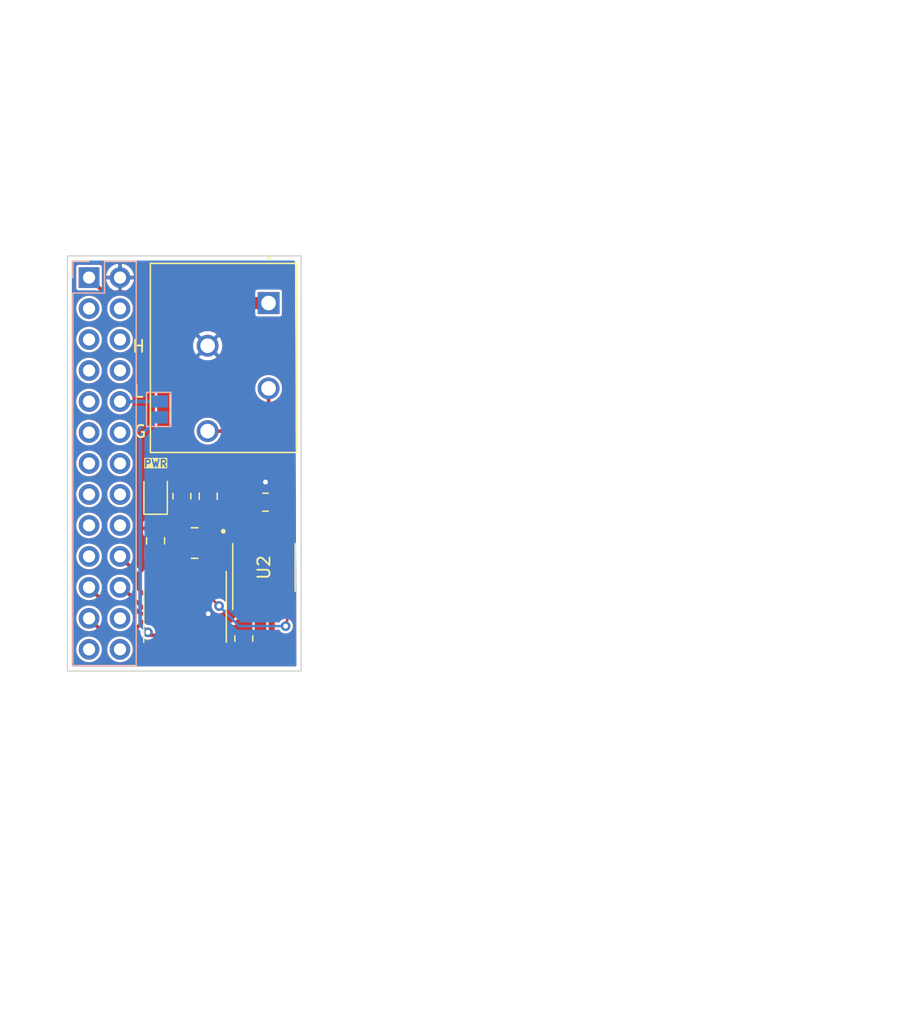
<source format=kicad_pcb>
(kicad_pcb (version 20221018) (generator pcbnew)
  (layers (0 "F.Cu" signal) (31 "B.Cu" signal) (34 "B.Paste" user) (35 "F.Paste" user) (36 "B.SilkS" user "B.Silkscreen") (37 "F.SilkS" user "F.Silkscreen") (38 "B.Mask" user) (39 "F.Mask" user) (44 "Edge.Cuts" user))
  (net 0 "")
  (net 1 "Net-(U1-OSC2)")
  (net 2 "GND")
  (net 3 "Net-(U1-OSC1)")
  (net 4 "+5V")
  (net 5 "I2C_SDA")
  (net 6 "I2C_SCL")
  (net 7 "SPI_SCK")
  (net 8 "Net-(U1-~{RESET})")
  (net 9 "/CANTX")
  (net 10 "/CANRX")
  (net 19 "SPI_MOSI")
  (net 20 "SPI_MISO")
  (net 21 "Net-(D3-A)")
  (net 22 "/CANH")
  (net 23 "/CANL")
  (net 24 "UART_TXD")
  (net 25 "UART_RXD")
  (net 33 "Net-(J2-Pin_10)")
  (net 42 "SPI_SS")
  (net 43 "INT_1")
  (footprint "Resistor_SMD:R_0805_2012Metric_Pad1.20x1.40mm_HandSolder" (layer "F.Cu") (at 72.771 59.706 90)
    (fp_text reference "R6" hide)
    (fp_text value "330")
    (fp_line (start -0.227064 -0.735) (end 0.227064 -0.735) (stroke (width 0.12)) (layer "F.SilkS"))
    (fp_line (start -0.227064 0.735) (end 0.227064 0.735) (stroke (width 0.12)) (layer "F.SilkS"))
    (pad "1" smd roundrect (at -1 0 90) (size 1.2 1.4) (layers "F.Cu" "F.Paste" "F.Mask") (roundrect_rratio 0.2083333333) (net 21 "Net-(D3-A)"))
    (pad "2" smd roundrect (at 1 0 90) (size 1.2 1.4) (layers "F.Cu" "F.Paste" "F.Mask") (roundrect_rratio 0.2083333333) (net 4 "+5V"))
  )
  (footprint "Package_SO:TSSOP-20_4.4x6.5mm_P0.65mm" (layer "F.Cu") (at 73.025 69.485 -90)
    (fp_text reference "U1" hide)
    (fp_text value "MCP2515-xST")
    (fp_line (start 0 -3.385) (end -3.6 -3.385) (stroke (width 0.12)) (layer "F.SilkS"))
    (fp_line (start 0 -3.385) (end 2.2 -3.385) (stroke (width 0.12)) (layer "F.SilkS"))
    (fp_line (start 0 3.385) (end -2.2 3.385) (stroke (width 0.12)) (layer "F.SilkS"))
    (fp_line (start 0 3.385) (end 2.2 3.385) (stroke (width 0.12)) (layer "F.SilkS"))
    (pad "1" smd roundrect (at -2.8625 -2.925 270) (size 1.475 0.4) (layers "F.Cu" "F.Paste" "F.Mask") (net 9 "/CANTX"))
    (pad "2" smd roundrect (at -2.8625 -2.275 270) (size 1.475 0.4) (layers "F.Cu" "F.Paste" "F.Mask") (net 10 "/CANRX"))
    (pad "3" smd roundrect (at -2.8625 -1.625 270) (size 1.475 0.4) (layers "F.Cu" "F.Paste" "F.Mask"))
    (pad "4" smd roundrect (at -2.8625 -0.975 270) (size 1.475 0.4) (layers "F.Cu" "F.Paste" "F.Mask"))
    (pad "5" smd roundrect (at -2.8625 -0.325 270) (size 1.475 0.4) (layers "F.Cu" "F.Paste" "F.Mask"))
    (pad "6" smd roundrect (at -2.8625 0.325 270) (size 1.475 0.4) (layers "F.Cu" "F.Paste" "F.Mask"))
    (pad "7" smd roundrect (at -2.8625 0.975 270) (size 1.475 0.4) (layers "F.Cu" "F.Paste" "F.Mask"))
    (pad "8" smd roundrect (at -2.8625 1.625 270) (size 1.475 0.4) (layers "F.Cu" "F.Paste" "F.Mask") (net 1 "Net-(U1-OSC2)"))
    (pad "9" smd roundrect (at -2.8625 2.275 270) (size 1.475 0.4) (layers "F.Cu" "F.Paste" "F.Mask") (net 3 "Net-(U1-OSC1)"))
    (pad "10" smd roundrect (at -2.8625 2.925 270) (size 1.475 0.4) (layers "F.Cu" "F.Paste" "F.Mask") (net 2 "GND"))
    (pad "11" smd roundrect (at 2.8625 2.925 270) (size 1.475 0.4) (layers "F.Cu" "F.Paste" "F.Mask"))
    (pad "12" smd roundrect (at 2.8625 2.275 270) (size 1.475 0.4) (layers "F.Cu" "F.Paste" "F.Mask"))
    (pad "13" smd roundrect (at 2.8625 1.625 270) (size 1.475 0.4) (layers "F.Cu" "F.Paste" "F.Mask") (net 43 "INT_1"))
    (pad "14" smd roundrect (at 2.8625 0.975 270) (size 1.475 0.4) (layers "F.Cu" "F.Paste" "F.Mask") (net 7 "SPI_SCK"))
    (pad "15" smd roundrect (at 2.8625 0.325 270) (size 1.475 0.4) (layers "F.Cu" "F.Paste" "F.Mask"))
    (pad "16" smd roundrect (at 2.8625 -0.325 270) (size 1.475 0.4) (layers "F.Cu" "F.Paste" "F.Mask") (net 19 "SPI_MOSI"))
    (pad "17" smd roundrect (at 2.8625 -0.975 270) (size 1.475 0.4) (layers "F.Cu" "F.Paste" "F.Mask") (net 20 "SPI_MISO"))
    (pad "18" smd roundrect (at 2.8625 -1.625 270) (size 1.475 0.4) (layers "F.Cu" "F.Paste" "F.Mask") (net 42 "SPI_SS"))
    (pad "19" smd roundrect (at 2.8625 -2.275 270) (size 1.475 0.4) (layers "F.Cu" "F.Paste" "F.Mask") (net 8 "Net-(U1-~{RESET})"))
    (pad "20" smd roundrect (at 2.8625 -2.925 270) (size 1.475 0.4) (layers "F.Cu" "F.Paste" "F.Mask") (net 4 "+5V"))
  )
  (footprint "wire_to_board:TBL002A-350-04GR-2OR" (layer "F.Cu") (at 79.883 43.8705 -90)
    (fp_text reference "J5" hide)
    (fp_text value "TBL002A-350-04GR-2OR")
    (fp_line (start -3.25 -2.3) (end 12.25 -2.3) (stroke (width 0.127)) (layer "F.SilkS"))
    (fp_line (start -3.25 9.7) (end -3.25 -2.3) (stroke (width 0.127)) (layer "F.SilkS"))
    (fp_line (start 12.25 -2.3) (end 12.25 9.7) (stroke (width 0.127)) (layer "F.SilkS"))
    (fp_line (start 12.25 9.7) (end -3.25 9.7) (stroke (width 0.127)) (layer "F.SilkS"))
    (fp_circle (center -3.8 0) (end -3.7 0) (stroke (width 0.2)) (fill none) (layer "F.SilkS"))
    (pad "1" thru_hole rect (at 0 0 270) (size 1.8 1.8) (drill 1.2) (layers "*.Cu" "*.Mask") (net 4 "+5V"))
    (pad "2" thru_hole circle (at 3.5 5 270) (size 1.8 1.8) (drill 1.2) (layers "*.Cu" "*.Mask") (net 2 "GND"))
    (pad "3" thru_hole circle (at 7 0 270) (size 1.8 1.8) (drill 1.2) (layers "*.Cu" "*.Mask") (net 23 "/CANL"))
    (pad "4" thru_hole circle (at 10.5 5 270) (size 1.8 1.8) (drill 1.2) (layers "*.Cu" "*.Mask") (net 22 "/CANH"))
  )
  (footprint "Resistor_SMD:R_0805_2012Metric_Pad1.20x1.40mm_HandSolder" (layer "F.Cu") (at 79.629 60.198)
    (fp_text reference "R1" hide)
    (fp_text value "120")
    (fp_line (start -0.227064 -0.735) (end 0.227064 -0.735) (stroke (width 0.12)) (layer "F.SilkS"))
    (fp_line (start -0.227064 0.735) (end 0.227064 0.735) (stroke (width 0.12)) (layer "F.SilkS"))
    (pad "1" smd roundrect (at -1 0) (size 1.2 1.4) (layers "F.Cu" "F.Paste" "F.Mask") (roundrect_rratio 0.2083333333) (net 22 "/CANH"))
    (pad "2" smd roundrect (at 1 0) (size 1.2 1.4) (layers "F.Cu" "F.Paste" "F.Mask") (roundrect_rratio 0.2083333333) (net 23 "/CANL"))
  )
  (footprint "LED_SMD:LED_0805_2012Metric" (layer "F.Cu") (at 70.612 59.5005 90)
    (fp_text reference "D3" hide)
    (fp_text value "LED")
    (fp_line (start -1.685 -0.96) (end -1.685 0.96) (stroke (width 0.12)) (layer "F.SilkS"))
    (fp_line (start -1.685 0.96) (end 1 0.96) (stroke (width 0.12)) (layer "F.SilkS"))
    (fp_line (start 1 -0.96) (end -1.685 -0.96) (stroke (width 0.12)) (layer "F.SilkS"))
    (pad "1" smd roundrect (at -0.9375 0 90) (size 0.975 1.4) (layers "F.Cu" "F.Paste" "F.Mask") (net 2 "GND"))
    (pad "2" smd roundrect (at 0.9375 0 90) (size 0.975 1.4) (layers "F.Cu" "F.Paste" "F.Mask") (net 21 "Net-(D3-A)"))
  )
  (footprint "Resistor_SMD:R_0805_2012Metric_Pad1.20x1.40mm_HandSolder" (layer "F.Cu") (at 77.851 71.374 90)
    (fp_text reference "R4" hide)
    (fp_text value "10K")
    (fp_line (start -0.227064 -0.735) (end 0.227064 -0.735) (stroke (width 0.12)) (layer "F.SilkS"))
    (fp_line (start -0.227064 0.735) (end 0.227064 0.735) (stroke (width 0.12)) (layer "F.SilkS"))
    (pad "1" smd roundrect (at -1 0 90) (size 1.2 1.4) (layers "F.Cu" "F.Paste" "F.Mask") (roundrect_rratio 0.2083333333) (net 4 "+5V"))
    (pad "2" smd roundrect (at 1 0 90) (size 1.2 1.4) (layers "F.Cu" "F.Paste" "F.Mask") (roundrect_rratio 0.2083333333) (net 8 "Net-(U1-~{RESET})"))
  )
  (footprint "Capacitor_SMD:C_0805_2012Metric_Pad1.18x1.45mm_HandSolder" (layer "F.Cu") (at 74.93 59.706 -90)
    (fp_text reference "C8" hide)
    (fp_text value "22pF")
    (fp_line (start -0.261252 -0.735) (end 0.261252 -0.735) (stroke (width 0.12)) (layer "F.SilkS"))
    (fp_line (start -0.261252 0.735) (end 0.261252 0.735) (stroke (width 0.12)) (layer "F.SilkS"))
    (pad "1" smd roundrect (at -1.0375 0 270) (size 1.175 1.45) (layers "F.Cu" "F.Paste" "F.Mask") (roundrect_rratio 0.2127659574) (net 2 "GND"))
    (pad "2" smd roundrect (at 1.0375 0 270) (size 1.175 1.45) (layers "F.Cu" "F.Paste" "F.Mask") (roundrect_rratio 0.2127659574) (net 1 "Net-(U1-OSC2)"))
  )
  (footprint "Capacitor_SMD:C_0805_2012Metric_Pad1.18x1.45mm_HandSolder" (layer "F.Cu") (at 70.612 63.3675 90)
    (fp_text reference "C9" hide)
    (fp_text value "22pF")
    (fp_line (start -0.261252 -0.735) (end 0.261252 -0.735) (stroke (width 0.12)) (layer "F.SilkS"))
    (fp_line (start -0.261252 0.735) (end 0.261252 0.735) (stroke (width 0.12)) (layer "F.SilkS"))
    (pad "1" smd roundrect (at -1.0375 0 90) (size 1.175 1.45) (layers "F.Cu" "F.Paste" "F.Mask") (roundrect_rratio 0.2127659574) (net 3 "Net-(U1-OSC1)"))
    (pad "2" smd roundrect (at 1.0375 0 90) (size 1.175 1.45) (layers "F.Cu" "F.Paste" "F.Mask") (roundrect_rratio 0.2127659574) (net 2 "GND"))
  )
  (footprint "crystals:ECS-80-12-33-JGN-TR" (layer "F.Cu") (at 73.8155 63.5485 180)
    (fp_text reference "Y2" hide)
    (fp_text value "8 MHz")
    (fp_line (start -0.27 1.25) (end 0.27 1.25) (stroke (width 0.127)) (layer "F.SilkS"))
    (fp_line (start 0.27 -1.25) (end -0.27 -1.25) (stroke (width 0.127)) (layer "F.SilkS"))
    (fp_circle (center -2.35 0.97) (end -2.25 0.97) (stroke (width 0.2)) (fill none) (layer "F.SilkS"))
    (pad "1" smd rect (at -1.15 0.9 180) (size 1.3 1.1) (layers "F.Cu" "F.Paste" "F.Mask") (net 1 "Net-(U1-OSC2)"))
    (pad "2" smd rect (at 1.15 0.9 180) (size 1.3 1.1) (layers "F.Cu" "F.Paste" "F.Mask") (net 2 "GND"))
    (pad "3" smd rect (at 1.15 -0.9 180) (size 1.3 1.1) (layers "F.Cu" "F.Paste" "F.Mask") (net 3 "Net-(U1-OSC1)"))
    (pad "4" smd rect (at -1.15 -0.9 180) (size 1.3 1.1) (layers "F.Cu" "F.Paste" "F.Mask") (net 2 "GND"))
  )
  (footprint "Package_SO:SOIC-8_3.9x4.9mm_P1.27mm" (layer "F.Cu") (at 79.502 65.548 90)
    (fp_text reference "U2" (at 0 0 90) (layer "F.SilkS"))
    (fp_text value "MCP2562-E-SN")
    (fp_line (start 0 -2.56) (end -3.45 -2.56) (stroke (width 0.12)) (layer "F.SilkS"))
    (fp_line (start 0 -2.56) (end 1.95 -2.56) (stroke (width 0.12)) (layer "F.SilkS"))
    (fp_line (start 0 2.56) (end -1.95 2.56) (stroke (width 0.12)) (layer "F.SilkS"))
    (fp_line (start 0 2.56) (end 1.95 2.56) (stroke (width 0.12)) (layer "F.SilkS"))
    (pad "1" smd roundrect (at -2.475 -1.905 90) (size 1.95 0.6) (layers "F.Cu" "F.Paste" "F.Mask") (net 9 "/CANTX"))
    (pad "2" smd roundrect (at -2.475 -0.635 90) (size 1.95 0.6) (layers "F.Cu" "F.Paste" "F.Mask") (net 2 "GND"))
    (pad "3" smd roundrect (at -2.475 0.635 90) (size 1.95 0.6) (layers "F.Cu" "F.Paste" "F.Mask") (net 4 "+5V"))
    (pad "4" smd roundrect (at -2.475 1.905 90) (size 1.95 0.6) (layers "F.Cu" "F.Paste" "F.Mask") (net 10 "/CANRX"))
    (pad "5" smd roundrect (at 2.475 1.905 90) (size 1.95 0.6) (layers "F.Cu" "F.Paste" "F.Mask") (net 4 "+5V"))
    (pad "6" smd roundrect (at 2.475 0.635 90) (size 1.95 0.6) (layers "F.Cu" "F.Paste" "F.Mask") (net 23 "/CANL"))
    (pad "7" smd roundrect (at 2.475 -0.635 90) (size 1.95 0.6) (layers "F.Cu" "F.Paste" "F.Mask") (net 22 "/CANH"))
    (pad "8" smd roundrect (at 2.475 -1.905 90) (size 1.95 0.6) (layers "F.Cu" "F.Paste" "F.Mask") (net 2 "GND"))
  )
  (footprint "Jumper:SolderJumper-2_P1.3mm_Open_Pad1.0x1.5mm" (layer "B.Cu") (at 70.866 52.593 -90)
    (fp_text reference "JP1" hide)
    (fp_text value "SolderJumper_2_Open")
    (fp_line (start -1.4 -1) (end -1.4 1) (stroke (width 0.12)) (layer "B.SilkS"))
    (fp_line (start -1.4 1) (end 1.4 1) (stroke (width 0.12)) (layer "B.SilkS"))
    (fp_line (start 1.4 -1) (end -1.4 -1) (stroke (width 0.12)) (layer "B.SilkS"))
    (fp_line (start 1.4 1) (end 1.4 -1) (stroke (width 0.12)) (layer "B.SilkS"))
    (pad "1" smd rect (at -0.65 0 270) (size 1 1.5) (layers "B.Cu" "B.Mask") (net 33 "Net-(J2-Pin_10)"))
    (pad "2" smd rect (at 0.65 0 270) (size 1 1.5) (layers "B.Cu" "B.Mask") (net 43 "INT_1"))
  )
  (footprint "Connector_PinSocket_2.54mm:PinSocket_2x13_P2.54mm_Vertical" (layer "B.Cu") (at 65.151 41.783 180)
    (fp_text reference "J2" hide)
    (fp_text value "Conn_02x13_Odd_Even")
    (fp_line (start -3.87 -31.81) (end 1.33 -31.81) (stroke (width 0.12)) (layer "B.SilkS"))
    (fp_line (start -3.87 1.33) (end -3.87 -31.81) (stroke (width 0.12)) (layer "B.SilkS"))
    (fp_line (start -3.87 1.33) (end -1.27 1.33) (stroke (width 0.12)) (layer "B.SilkS"))
    (fp_line (start -1.27 -1.27) (end 1.33 -1.27) (stroke (width 0.12)) (layer "B.SilkS"))
    (fp_line (start -1.27 1.33) (end -1.27 -1.27) (stroke (width 0.12)) (layer "B.SilkS"))
    (fp_line (start 0 1.33) (end 1.33 1.33) (stroke (width 0.12)) (layer "B.SilkS"))
    (fp_line (start 1.33 -1.27) (end 1.33 -31.81) (stroke (width 0.12)) (layer "B.SilkS"))
    (fp_line (start 1.33 1.33) (end 1.33 0) (stroke (width 0.12)) (layer "B.SilkS"))
    (pad "1" thru_hole rect (at 0 0 180) (size 1.7 1.7) (drill 1) (layers "*.Cu" "*.Mask") (net 4 "+5V"))
    (pad "2" thru_hole oval (at -2.54 0 180) (size 1.7 1.7) (drill 1) (layers "*.Cu" "*.Mask") (net 2 "GND"))
    (pad "3" thru_hole oval (at 0 -2.54 180) (size 1.7 1.7) (drill 1) (layers "*.Cu" "*.Mask"))
    (pad "4" thru_hole oval (at -2.54 -2.54 180) (size 1.7 1.7) (drill 1) (layers "*.Cu" "*.Mask"))
    (pad "5" thru_hole oval (at 0 -5.08 180) (size 1.7 1.7) (drill 1) (layers "*.Cu" "*.Mask"))
    (pad "6" thru_hole oval (at -2.54 -5.08 180) (size 1.7 1.7) (drill 1) (layers "*.Cu" "*.Mask"))
    (pad "7" thru_hole oval (at 0 -7.62 180) (size 1.7 1.7) (drill 1) (layers "*.Cu" "*.Mask"))
    (pad "8" thru_hole oval (at -2.54 -7.62 180) (size 1.7 1.7) (drill 1) (layers "*.Cu" "*.Mask"))
    (pad "9" thru_hole oval (at 0 -10.16 180) (size 1.7 1.7) (drill 1) (layers "*.Cu" "*.Mask"))
    (pad "10" thru_hole oval (at -2.54 -10.16 180) (size 1.7 1.7) (drill 1) (layers "*.Cu" "*.Mask") (net 33 "Net-(J2-Pin_10)"))
    (pad "11" thru_hole oval (at 0 -12.7 180) (size 1.7 1.7) (drill 1) (layers "*.Cu" "*.Mask"))
    (pad "12" thru_hole oval (at -2.54 -12.7 180) (size 1.7 1.7) (drill 1) (layers "*.Cu" "*.Mask"))
    (pad "13" thru_hole oval (at 0 -15.24 180) (size 1.7 1.7) (drill 1) (layers "*.Cu" "*.Mask"))
    (pad "14" thru_hole oval (at -2.54 -15.24 180) (size 1.7 1.7) (drill 1) (layers "*.Cu" "*.Mask"))
    (pad "15" thru_hole oval (at 0 -17.78 180) (size 1.7 1.7) (drill 1) (layers "*.Cu" "*.Mask"))
    (pad "16" thru_hole oval (at -2.54 -17.78 180) (size 1.7 1.7) (drill 1) (layers "*.Cu" "*.Mask"))
    (pad "17" thru_hole oval (at 0 -20.32 180) (size 1.7 1.7) (drill 1) (layers "*.Cu" "*.Mask"))
    (pad "18" thru_hole oval (at -2.54 -20.32 180) (size 1.7 1.7) (drill 1) (layers "*.Cu" "*.Mask") (net 5 "I2C_SDA"))
    (pad "19" thru_hole oval (at 0 -22.86 180) (size 1.7 1.7) (drill 1) (layers "*.Cu" "*.Mask") (net 6 "I2C_SCL"))
    (pad "20" thru_hole oval (at -2.54 -22.86 180) (size 1.7 1.7) (drill 1) (layers "*.Cu" "*.Mask") (net 42 "SPI_SS"))
    (pad "21" thru_hole oval (at 0 -25.4 180) (size 1.7 1.7) (drill 1) (layers "*.Cu" "*.Mask") (net 19 "SPI_MOSI"))
    (pad "22" thru_hole oval (at -2.54 -25.4 180) (size 1.7 1.7) (drill 1) (layers "*.Cu" "*.Mask") (net 20 "SPI_MISO"))
    (pad "23" thru_hole oval (at 0 -27.94 180) (size 1.7 1.7) (drill 1) (layers "*.Cu" "*.Mask") (net 7 "SPI_SCK"))
    (pad "24" thru_hole oval (at -2.54 -27.94 180) (size 1.7 1.7) (drill 1) (layers "*.Cu" "*.Mask"))
    (pad "25" thru_hole oval (at 0 -30.48 180) (size 1.7 1.7) (drill 1) (layers "*.Cu" "*.Mask") (net 24 "UART_TXD"))
    (pad "26" thru_hole oval (at -2.54 -30.48 180) (size 1.7 1.7) (drill 1) (layers "*.Cu" "*.Mask") (net 25 "UART_RXD"))
  )
  (gr_rect (start 63.373 40.005) (end 82.55 74.041) (stroke (width 0.1)) (fill none) (layer "Edge.Cuts"))
  (gr_text "PWR" (at 70.612 57.023) (layer "F.SilkS" knockout) (effects (font (size 0.6 0.6) (thickness 0.125) bold)))
  (gr_text "H" (at 69.215 48.006) (layer "F.SilkS") (effects (font (size 1 1)) (justify bottom)))
  (gr_text "L" (at 69.215 51.689) (layer "F.SilkS") (effects (font (size 1 1)) (justify bottom)))
  (gr_text "G" (at 69.342 54.991) (layer "F.SilkS") (effects (font (size 1 1)) (justify bottom)))
  (segment (start 74.8925 62.6485) (end 74.9655 62.6485) (width 0.3) (layer "F.Cu") (net 1))
  (segment (start 74.93 62.613) (end 74.9655 62.6485) (width 0.3) (layer "F.Cu") (net 1))
  (segment (start 73.787 65.227) (end 73.787 63.754) (width 0.3) (layer "F.Cu") (net 1))
  (segment (start 73.787 63.754) (end 74.8925 62.6485) (width 0.3) (layer "F.Cu") (net 1))
  (segment (start 73.609 65.405) (end 73.787 65.227) (width 0.3) (layer "F.Cu") (net 1))
  (segment (start 71.4 65.76) (end 71.755 65.405) (width 0.3) (layer "F.Cu") (net 1))
  (segment (start 74.93 60.7435) (end 74.93 62.613) (width 0.3) (layer "F.Cu") (net 1))
  (segment (start 71.4 66.6225) (end 71.4 65.76) (width 0.3) (layer "F.Cu") (net 1))
  (segment (start 71.755 65.405) (end 73.609 65.405) (width 0.3) (layer "F.Cu") (net 1))
  (via (at 74.93 69.342) (size 0.8) (drill 0.4) (layers "F.Cu" "B.Cu") (net 2))
  (via (at 79.629 58.547) (size 0.8) (drill 0.4) (layers "F.Cu" "B.Cu") (net 2))
  (segment (start 72.622 64.405) (end 72.6655 64.4485) (width 0.3) (layer "F.Cu") (net 3))
  (segment (start 70.612 64.405) (end 72.622 64.405) (width 0.3) (layer "F.Cu") (net 3))
  (segment (start 70.75 66.6225) (end 70.75 64.543) (width 0.3) (layer "F.Cu") (net 3))
  (segment (start 70.75 64.543) (end 70.612 64.405) (width 0.3) (layer "F.Cu") (net 3))
  (segment (start 79.629 66.548) (end 78.867 65.786) (width 0.5) (layer "F.Cu") (net 4))
  (segment (start 72.3265 46.5455) (end 72.009 46.863) (width 1) (layer "F.Cu") (net 4))
  (segment (start 71.247 47.625) (end 71.247 45.593) (width 1) (layer "F.Cu") (net 4))
  (segment (start 72.771 58.706) (end 72.771 56.769) (width 1) (layer "F.Cu") (net 4))
  (segment (start 79.137 72.374) (end 77.851 72.374) (width 0.5) (layer "F.Cu") (net 4))
  (segment (start 78.867 65.786) (end 77.597 65.786) (width 0.5) (layer "F.Cu") (net 4))
  (segment (start 72.898 45.593) (end 71.247 45.593) (width 1) (layer "F.Cu") (net 4))
  (segment (start 81.407 63.073) (end 81.407 65.278) (width 0.5) (layer "F.Cu") (net 4))
  (segment (start 75.95 72.3475) (end 77.8245 72.3475) (width 0.5) (layer "F.Cu") (net 4))
  (segment (start 77.8245 72.3475) (end 77.851 72.374) (width 0.5) (layer "F.Cu") (net 4))
  (segment (start 80.137 66.548) (end 81.407 65.278) (width 0.5) (layer "F.Cu") (net 4))
  (segment (start 72.009 46.863) (end 71.247 47.625) (width 1) (layer "F.Cu") (net 4))
  (segment (start 71.247 45.593) (end 72.1995 46.5455) (width 1) (layer "F.Cu") (net 4))
  (segment (start 76.708 64.897) (end 76.708 60.833) (width 0.5) (layer "F.Cu") (net 4))
  (segment (start 66.351 42.983) (end 68.637 42.983) (width 0.3) (layer "F.Cu") (net 4))
  (segment (start 72.263 56.261) (end 72.517 56.515) (width 1) (layer "F.Cu") (net 4))
  (segment (start 65.151 41.783) (end 66.351 42.983) (width 0.3) (layer "F.Cu") (net 4))
  (segment (start 80.137 68.023) (end 80.137 66.548) (width 0.5) (layer "F.Cu") (net 4))
  (segment (start 73.0885 45.7835) (end 72.3265 46.5455) (width 1) (layer "F.Cu") (net 4))
  (segment (start 72.771 56.769) (end 72.263 56.261) (width 1) (layer "F.Cu") (net 4))
  (segment (start 75.0015 43.8705) (end 73.0885 45.7835) (width 1) (layer "F.Cu") (net 4))
  (segment (start 71.247 45.593) (end 68.961 43.307) (width 1) (layer "F.Cu") (net 4))
  (segment (start 76.327 56.515) (end 76.708 56.896) (width 1) (layer "F.Cu") (net 4))
  (segment (start 76.708 56.896) (end 76.708 60.833) (width 1) (layer "F.Cu") (net 4))
  (segment (start 80.137 71.374) (end 79.137 72.374) (width 0.5) (layer "F.Cu") (net 4))
  (segment (start 71.247 47.625) (end 71.247 55.245) (width 1) (layer "F.Cu") (net 4))
  (segment (start 71.247 55.245) (end 72.263 56.261) (width 1) (layer "F.Cu") (net 4))
  (segment (start 77.597 65.786) (end 76.708 64.897) (width 0.5) (layer "F.Cu") (net 4))
  (segment (start 72.517 56.515) (end 76.327 56.515) (width 1) (layer "F.Cu") (net 4))
  (segment (start 80.137 66.548) (end 79.629 66.548) (width 0.5) (layer "F.Cu") (net 4))
  (segment (start 73.0885 45.7835) (end 72.898 45.593) (width 1) (layer "F.Cu") (net 4))
  (segment (start 72.1995 46.5455) (end 72.3265 46.5455) (width 1) (layer "F.Cu") (net 4))
  (segment (start 80.137 68.023) (end 80.137 71.374) (width 0.5) (layer "F.Cu") (net 4))
  (segment (start 68.637 42.983) (end 68.961 43.307) (width 0.3) (layer "F.Cu") (net 4))
  (segment (start 79.883 43.8705) (end 75.0015 43.8705) (width 1) (layer "F.Cu") (net 4))
  (segment (start 68.58 70.993) (end 66.421 70.993) (width 0.3) (layer "F.Cu") (net 7))
  (segment (start 72.05 72.3475) (end 72.05 70.725106) (width 0.3) (layer "F.Cu") (net 7))
  (segment (start 72.05 70.725106) (end 71.301894 69.977) (width 0.3) (layer "F.Cu") (net 7))
  (segment (start 66.421 70.993) (end 65.151 69.723) (width 0.3) (layer "F.Cu") (net 7))
  (segment (start 71.301894 69.977) (end 69.596 69.977) (width 0.3) (layer "F.Cu") (net 7))
  (segment (start 69.596 69.977) (end 68.58 70.993) (width 0.3) (layer "F.Cu") (net 7))
  (segment (start 76.184 70.374) (end 77.851 70.374) (width 0.2) (layer "F.Cu") (net 8))
  (segment (start 75.3 71.258) (end 76.184 70.374) (width 0.2) (layer "F.Cu") (net 8))
  (segment (start 75.3 72.3475) (end 75.3 71.258) (width 0.2) (layer "F.Cu") (net 8))
  (segment (start 75.946 67.818) (end 76.151 68.023) (width 0.2) (layer "F.Cu") (net 9))
  (segment (start 75.946 66.6265) (end 75.946 67.818) (width 0.2) (layer "F.Cu") (net 9))
  (segment (start 75.95 66.6225) (end 75.946 66.6265) (width 0.2) (layer "F.Cu") (net 9))
  (segment (start 76.151 68.023) (end 77.597 68.023) (width 0.2) (layer "F.Cu") (net 9))
  (segment (start 75.3 66.6225) (end 75.3 68.188) (width 0.2) (layer "F.Cu") (net 10))
  (segment (start 81.407 70.231) (end 81.407 68.023) (width 0.2) (layer "F.Cu") (net 10))
  (segment (start 75.3 68.188) (end 75.819 68.707) (width 0.2) (layer "F.Cu") (net 10))
  (segment (start 81.28 70.358) (end 81.407 70.231) (width 0.2) (layer "F.Cu") (net 10))
  (via (at 75.819 68.707) (size 0.8) (drill 0.4) (layers "F.Cu" "B.Cu") (net 10))
  (via (at 81.28 70.358) (size 0.8) (drill 0.4) (layers "F.Cu" "B.Cu") (net 10))
  (segment (start 77.47 70.358) (end 81.28 70.358) (width 0.2) (layer "B.Cu") (net 10))
  (segment (start 75.819 68.707) (end 77.47 70.358) (width 0.2) (layer "B.Cu") (net 10))
  (segment (start 73.35 72.3475) (end 73.35 71.318) (width 0.3) (layer "F.Cu") (net 19))
  (segment (start 66.421 68.453) (end 65.151 67.183) (width 0.3) (layer "F.Cu") (net 19))
  (segment (start 68.453 68.453) (end 66.421 68.453) (width 0.3) (layer "F.Cu") (net 19))
  (segment (start 71.374 69.342) (end 69.342 69.342) (width 0.3) (layer "F.Cu") (net 19))
  (segment (start 69.342 69.342) (end 68.453 68.453) (width 0.3) (layer "F.Cu") (net 19))
  (segment (start 73.35 71.318) (end 71.374 69.342) (width 0.3) (layer "F.Cu") (net 19))
  (segment (start 71.581106 68.842) (end 69.549106 68.842) (width 0.3) (layer "F.Cu") (net 20))
  (segment (start 73.914 71.174894) (end 71.581106 68.842) (width 0.3) (layer "F.Cu") (net 20))
  (segment (start 69.549106 68.842) (end 67.890106 67.183) (width 0.3) (layer "F.Cu") (net 20))
  (segment (start 67.890106 67.183) (end 67.691 67.183) (width 0.3) (layer "F.Cu") (net 20))
  (segment (start 74 72.3475) (end 73.914 72.2615) (width 0.3) (layer "F.Cu") (net 20))
  (segment (start 73.914 72.2615) (end 73.914 71.174894) (width 0.3) (layer "F.Cu") (net 20))
  (segment (start 72.755 60.706) (end 70.612 58.563) (width 0.3) (layer "F.Cu") (net 21))
  (segment (start 72.771 60.706) (end 72.755 60.706) (width 0.3) (layer "F.Cu") (net 21))
  (segment (start 76.5955 54.3705) (end 74.883 54.3705) (width 0.3) (layer "F.Cu") (net 22))
  (segment (start 78.629 56.404) (end 76.5955 54.3705) (width 0.3) (layer "F.Cu") (net 22))
  (segment (start 78.867 60.436) (end 78.629 60.198) (width 0.3) (layer "F.Cu") (net 22))
  (segment (start 78.629 60.198) (end 78.629 56.404) (width 0.3) (layer "F.Cu") (net 22))
  (segment (start 78.867 63.073) (end 78.867 60.436) (width 0.3) (layer "F.Cu") (net 22))
  (segment (start 80.645 54.864) (end 79.883 54.102) (width 0.3) (layer "F.Cu") (net 23))
  (segment (start 80.629 61.579) (end 80.629 60.198) (width 0.3) (layer "F.Cu") (net 23))
  (segment (start 80.137 62.103) (end 80.645 61.595) (width 0.3) (layer "F.Cu") (net 23))
  (segment (start 80.629 60.198) (end 80.629 54.88) (width 0.3) (layer "F.Cu") (net 23))
  (segment (start 80.645 61.595) (end 80.629 61.579) (width 0.3) (layer "F.Cu") (net 23))
  (segment (start 80.137 63.073) (end 80.137 62.103) (width 0.3) (layer "F.Cu") (net 23))
  (segment (start 79.883 54.102) (end 79.883 50.8705) (width 0.3) (layer "F.Cu") (net 23))
  (segment (start 80.629 54.88) (end 80.645 54.864) (width 0.3) (layer "F.Cu") (net 23))
  (segment (start 70.866 51.943) (end 67.691 51.943) (width 0.3) (layer "B.Cu") (net 33))
  (segment (start 74.65 72.3475) (end 74.65 71.203788) (width 0.3) (layer "F.Cu") (net 42))
  (segment (start 69.215 66.167) (end 67.691 64.643) (width 0.3) (layer "F.Cu") (net 42))
  (segment (start 69.215 67.31) (end 69.215 66.167) (width 0.3) (layer "F.Cu") (net 42))
  (segment (start 70.231 68.326) (end 69.215 67.31) (width 0.3) (layer "F.Cu") (net 42))
  (segment (start 74.65 71.203788) (end 71.772212 68.326) (width 0.3) (layer "F.Cu") (net 42))
  (segment (start 71.772212 68.326) (end 70.231 68.326) (width 0.3) (layer "F.Cu") (net 42))
  (segment (start 70.883896 71.1075) (end 70.2185 71.1075) (width 0.3) (layer "F.Cu") (net 43))
  (segment (start 71.4 72.3475) (end 71.4 71.623604) (width 0.3) (layer "F.Cu") (net 43))
  (segment (start 71.4 71.623604) (end 70.883896 71.1075) (width 0.3) (layer "F.Cu") (net 43))
  (segment (start 70.2185 71.1075) (end 69.977 70.866) (width 0.3) (layer "F.Cu") (net 43))
  (via (at 69.977 70.866) (size 0.8) (drill 0.4) (layers "F.Cu" "B.Cu") (net 43))
  (segment (start 69.342 54.767) (end 70.866 53.243) (width 0.3) (layer "B.Cu") (net 43))
  (segment (start 69.977 70.866) (end 69.342 70.231) (width 0.3) (layer "B.Cu") (net 43))
  (segment (start 69.342 70.231) (end 69.342 54.767) (width 0.3) (layer "B.Cu") (net 43))
  (zone (net 2) (net_name "GND") (layers "F&B.Cu") (connect_pads (clearance 0.2)) (min_thickness 0.2) (fill yes (thermal_gap 0.3) (thermal_bridge_width 0.3))
    (polygon (pts (xy 63.754 40.386) (xy 82.042 40.386) (xy 82.169 73.66) (xy 63.754 73.66)))
  )
)
</source>
